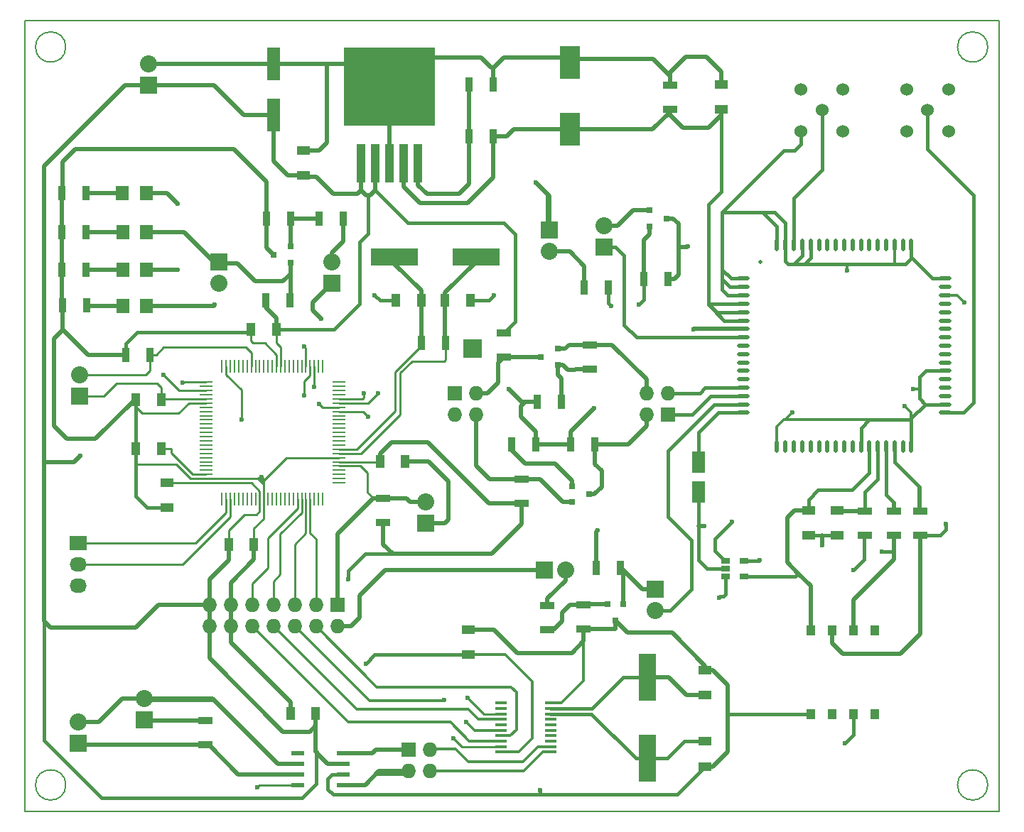
<source format=gbr>
%TF.GenerationSoftware,KiCad,Pcbnew,4.0.2+dfsg1-stable*%
%TF.CreationDate,2018-05-09T22:27:37+02:00*%
%TF.ProjectId,hermas_box,6865726D61735F626F782E6B69636164,rev?*%
%TF.FileFunction,Copper,L1,Top,Signal*%
%FSLAX46Y46*%
G04 Gerber Fmt 4.6, Leading zero omitted, Abs format (unit mm)*
G04 Created by KiCad (PCBNEW 4.0.2+dfsg1-stable) date mer. 09 mai 2018 22:27:37 CEST*
%MOMM*%
G01*
G04 APERTURE LIST*
%ADD10C,0.100000*%
%ADD11C,0.150000*%
%ADD12R,0.280000X1.500000*%
%ADD13R,1.500000X0.280000*%
%ADD14C,1.524000*%
%ADD15R,0.800100X0.800100*%
%ADD16R,0.900000X1.700000*%
%ADD17R,1.000000X1.300000*%
%ADD18R,1.000000X1.600000*%
%ADD19R,1.600000X1.000000*%
%ADD20R,1.600200X4.000500*%
%ADD21R,2.400300X4.000500*%
%ADD22R,1.600200X2.600960*%
%ADD23R,1.597660X1.800860*%
%ADD24R,1.060000X0.650000*%
%ADD25R,1.100000X4.600000*%
%ADD26R,10.800000X9.400000*%
%ADD27R,2.032000X2.032000*%
%ADD28O,2.032000X2.032000*%
%ADD29R,2.032000X1.727200*%
%ADD30O,2.032000X1.727200*%
%ADD31R,1.727200X1.727200*%
%ADD32O,1.727200X1.727200*%
%ADD33R,1.700000X0.900000*%
%ADD34O,0.500000X1.524000*%
%ADD35O,1.524000X0.500000*%
%ADD36C,0.500000*%
%ADD37R,1.450000X0.450000*%
%ADD38R,1.550000X0.600000*%
%ADD39R,5.600700X2.100580*%
%ADD40R,2.100580X5.600700*%
%ADD41R,2.235200X2.235200*%
%ADD42C,0.600000*%
%ADD43C,0.300000*%
%ADD44C,0.400000*%
%ADD45C,0.250000*%
%ADD46C,0.500000*%
G04 APERTURE END LIST*
D10*
D11*
X114708009Y91186000D02*
G75*
G03X114708009Y91186000I-1805009J0D01*
G01*
X114708009Y3175000D02*
G75*
G03X114708009Y3175000I-1805009J0D01*
G01*
X4853009Y3175000D02*
G75*
G03X4853009Y3175000I-1805009J0D01*
G01*
X4853009Y91186000D02*
G75*
G03X4853009Y91186000I-1805009J0D01*
G01*
X0Y94361000D02*
X116078000Y94361000D01*
X0Y94234000D02*
X0Y94361000D01*
X0Y94107000D02*
X0Y94234000D01*
X0Y0D02*
X0Y94107000D01*
X116078000Y0D02*
X0Y0D01*
X116078000Y94361000D02*
X116078000Y0D01*
D12*
X23464000Y37312000D03*
X23964000Y37312000D03*
X24464000Y37312000D03*
X24964000Y37312000D03*
X25464000Y37312000D03*
X25964000Y37312000D03*
X26464000Y37312000D03*
X26964000Y37312000D03*
X27464000Y37312000D03*
X27964000Y37312000D03*
X28464000Y37312000D03*
X28964000Y37312000D03*
X29464000Y37312000D03*
X29964000Y37312000D03*
X30464000Y37312000D03*
X30964000Y37312000D03*
X31464000Y37312000D03*
X31964000Y37312000D03*
X32464000Y37312000D03*
X32964000Y37312000D03*
X33464000Y37312000D03*
X33964000Y37312000D03*
X34464000Y37312000D03*
X34964000Y37312000D03*
X35464000Y37312000D03*
D13*
X37364000Y39212000D03*
X37364000Y39712000D03*
X37364000Y40212000D03*
X37364000Y40712000D03*
X37364000Y41212000D03*
X37364000Y41712000D03*
X37364000Y42212000D03*
X37364000Y42712000D03*
X37364000Y43212000D03*
X37364000Y43712000D03*
X37364000Y44212000D03*
X37364000Y44712000D03*
X37364000Y45212000D03*
X37364000Y45712000D03*
X37364000Y46212000D03*
X37364000Y46712000D03*
X37364000Y47212000D03*
X37364000Y47712000D03*
X37364000Y48212000D03*
X37364000Y48712000D03*
X37364000Y49212000D03*
X37364000Y49712000D03*
X37364000Y50212000D03*
X37364000Y50712000D03*
X37364000Y51212000D03*
D12*
X35464000Y53112000D03*
X34964000Y53112000D03*
X34464000Y53112000D03*
X33964000Y53112000D03*
X33464000Y53112000D03*
X32964000Y53112000D03*
X32464000Y53112000D03*
X31964000Y53112000D03*
X31464000Y53112000D03*
X30964000Y53112000D03*
X30464000Y53112000D03*
X29964000Y53112000D03*
X29464000Y53112000D03*
X28964000Y53112000D03*
X28464000Y53112000D03*
X27964000Y53112000D03*
X27464000Y53112000D03*
X26964000Y53112000D03*
X26464000Y53112000D03*
X25964000Y53112000D03*
X25464000Y53112000D03*
X24964000Y53112000D03*
X24464000Y53112000D03*
X23964000Y53112000D03*
X23464000Y53112000D03*
D13*
X21564000Y51212000D03*
X21564000Y50712000D03*
X21564000Y50212000D03*
X21564000Y49712000D03*
X21564000Y49212000D03*
X21564000Y48712000D03*
X21564000Y48212000D03*
X21564000Y47712000D03*
X21564000Y47212000D03*
X21564000Y46712000D03*
X21564000Y46212000D03*
X21564000Y45712000D03*
X21564000Y45212000D03*
X21564000Y44712000D03*
X21564000Y44212000D03*
X21564000Y43712000D03*
X21564000Y43212000D03*
X21564000Y42712000D03*
X21564000Y42212000D03*
X21564000Y41712000D03*
X21564000Y41212000D03*
X21564000Y40712000D03*
X21564000Y40212000D03*
X21564000Y39712000D03*
X21564000Y39212000D03*
D14*
X92456000Y81153000D03*
X97456000Y81153000D03*
X97456000Y86153000D03*
X92456000Y86153000D03*
X94956000Y83653000D03*
D15*
X74437240Y71689000D03*
X74437240Y69789000D03*
X76436220Y70739000D03*
D16*
X50091000Y55880000D03*
X47191000Y55880000D03*
D17*
X98679000Y11637000D03*
X96139000Y11637000D03*
X93599000Y11637000D03*
X101219000Y11637000D03*
X101219000Y21637000D03*
X98679000Y21637000D03*
X96139000Y21637000D03*
X93599000Y21637000D03*
D14*
X105029000Y81153000D03*
X110029000Y81153000D03*
X110029000Y86153000D03*
X105029000Y86153000D03*
X107529000Y83653000D03*
D18*
X50062000Y60960000D03*
X53062000Y60960000D03*
X47220000Y60960000D03*
X44220000Y60960000D03*
X16232000Y43307000D03*
X13232000Y43307000D03*
X42315000Y41719500D03*
X45315000Y41719500D03*
X24281000Y31877000D03*
X27281000Y31877000D03*
X16232000Y49149000D03*
X13232000Y49149000D03*
X29948000Y57531000D03*
X26948000Y57531000D03*
D19*
X16891000Y39219000D03*
X16891000Y36219000D03*
D20*
X29591000Y83055460D03*
X29591000Y89156540D03*
D19*
X33147000Y75843000D03*
X33147000Y78843000D03*
X81026000Y8358000D03*
X81026000Y5358000D03*
X81026000Y13867000D03*
X81026000Y16867000D03*
D21*
X64897000Y81343500D03*
X64897000Y89344500D03*
D19*
X82931000Y83717000D03*
X82931000Y86717000D03*
X52832000Y18693000D03*
X52832000Y21693000D03*
D22*
X80264000Y41678860D03*
X80264000Y38077140D03*
D18*
X34647000Y11684000D03*
X31647000Y11684000D03*
D19*
X93345000Y35917000D03*
X93345000Y32917000D03*
X96774000Y35917000D03*
X96774000Y32917000D03*
D23*
X14500860Y64643000D03*
X11661140Y64643000D03*
X14500860Y60325000D03*
X11661140Y60325000D03*
X14437360Y73723500D03*
X11597640Y73723500D03*
X14500860Y69088000D03*
X11661140Y69088000D03*
D24*
X83482000Y29906000D03*
X83482000Y28956000D03*
X83482000Y28006000D03*
X85682000Y28006000D03*
X85682000Y29906000D03*
D25*
X46834000Y77343000D03*
X45134000Y77343000D03*
X41734000Y77343000D03*
D26*
X43434000Y86493000D03*
D25*
X43434000Y77343000D03*
X40034000Y77343000D03*
D27*
X47752000Y34417000D03*
D28*
X47752000Y36957000D03*
D29*
X6350000Y32004000D03*
D30*
X6350000Y29464000D03*
X6350000Y26924000D03*
D31*
X37211000Y24638000D03*
D32*
X37211000Y22098000D03*
X34671000Y24638000D03*
X34671000Y22098000D03*
X32131000Y24638000D03*
X32131000Y22098000D03*
X29591000Y24638000D03*
X29591000Y22098000D03*
X27051000Y24638000D03*
X27051000Y22098000D03*
X24511000Y24638000D03*
X24511000Y22098000D03*
X21971000Y24638000D03*
X21971000Y22098000D03*
D27*
X14732000Y86614000D03*
D28*
X14732000Y89154000D03*
D27*
X6350000Y8128000D03*
D28*
X6350000Y10668000D03*
D27*
X6477000Y49530000D03*
D28*
X6477000Y52070000D03*
D27*
X14224000Y10922000D03*
D28*
X14224000Y13462000D03*
D31*
X51181000Y49911000D03*
D32*
X53721000Y49911000D03*
X51181000Y47371000D03*
X53721000Y47371000D03*
D27*
X61849000Y28829000D03*
D28*
X64389000Y28829000D03*
D27*
X75057000Y26543000D03*
D28*
X75057000Y24003000D03*
D27*
X62484000Y69342000D03*
D28*
X62484000Y66802000D03*
D27*
X68961000Y67310000D03*
D28*
X68961000Y69850000D03*
D31*
X76581000Y47371000D03*
D32*
X74041000Y47371000D03*
X76581000Y49911000D03*
X74041000Y49911000D03*
D27*
X36576000Y62992000D03*
D28*
X36576000Y65532000D03*
D27*
X23114000Y65532000D03*
D28*
X23114000Y62992000D03*
D31*
X45720000Y7366000D03*
D32*
X48260000Y7366000D03*
X45720000Y4826000D03*
X48260000Y4826000D03*
D15*
X63484760Y53279000D03*
X63484760Y55179000D03*
X61485780Y54229000D03*
X65166240Y38796000D03*
X65166240Y36896000D03*
X67165220Y37846000D03*
X71308000Y24749760D03*
X69408000Y24749760D03*
X70358000Y22750780D03*
X31607760Y65471000D03*
X31607760Y67371000D03*
X29608780Y66421000D03*
D33*
X42672000Y37391000D03*
X42672000Y34491000D03*
X67310000Y52779000D03*
X67310000Y55679000D03*
D16*
X61034000Y48895000D03*
X63934000Y48895000D03*
D33*
X57023000Y57076000D03*
X57023000Y54176000D03*
D16*
X67871000Y43815000D03*
X64971000Y43815000D03*
X57986000Y43815000D03*
X60886000Y43815000D03*
D33*
X59182000Y39677000D03*
X59182000Y36777000D03*
D16*
X7292000Y64643000D03*
X4392000Y64643000D03*
X7355500Y60388500D03*
X4455500Y60388500D03*
X7292000Y73787000D03*
X4392000Y73787000D03*
X55806000Y86741000D03*
X52906000Y86741000D03*
X55806000Y80518000D03*
X52906000Y80518000D03*
D33*
X76835000Y83767000D03*
X76835000Y86667000D03*
D16*
X69522000Y62484000D03*
X66622000Y62484000D03*
X76634000Y63500000D03*
X73734000Y63500000D03*
D33*
X21463000Y7948000D03*
X21463000Y10848000D03*
D16*
X7292000Y69088000D03*
X4392000Y69088000D03*
X14912000Y54483000D03*
X12012000Y54483000D03*
D33*
X62230000Y21664000D03*
X62230000Y24564000D03*
X66548000Y21791000D03*
X66548000Y24691000D03*
D16*
X68019000Y29083000D03*
X70919000Y29083000D03*
D33*
X100076000Y32967000D03*
X100076000Y35867000D03*
X103505000Y35867000D03*
X103505000Y32967000D03*
X106680000Y35867000D03*
X106680000Y32967000D03*
D16*
X34999000Y70739000D03*
X37899000Y70739000D03*
X28776000Y70739000D03*
X31676000Y70739000D03*
X28649000Y60960000D03*
X31549000Y60960000D03*
D34*
X97598000Y43561000D03*
D35*
X85598000Y63561000D03*
X85598000Y62561000D03*
X85598000Y61561000D03*
X85598000Y60561000D03*
X85598000Y59561000D03*
X85598000Y58561000D03*
X85598000Y57561000D03*
X85598000Y56561000D03*
X85598000Y55561000D03*
X85598000Y54561000D03*
X85598000Y53561000D03*
X85598000Y52561000D03*
X85598000Y51561000D03*
X85598000Y50561000D03*
X85598000Y49561000D03*
X85598000Y48561000D03*
X85598000Y47561000D03*
D34*
X89598000Y43561000D03*
X90598000Y43561000D03*
X91598000Y43561000D03*
X92598000Y43561000D03*
X93598000Y43561000D03*
X94598000Y43561000D03*
X95598000Y43561000D03*
X96598000Y43561000D03*
X98598000Y43561000D03*
X99598000Y43561000D03*
X100598000Y43561000D03*
X101598000Y43561000D03*
X102598000Y43561000D03*
X103598000Y43561000D03*
X104598000Y43561000D03*
X105598000Y43561000D03*
D35*
X109598000Y47561000D03*
X109598000Y48561000D03*
X109598000Y49561000D03*
X109598000Y50561000D03*
X109598000Y51561000D03*
X109598000Y52561000D03*
X109598000Y53561000D03*
X109598000Y54561000D03*
X109598000Y55561000D03*
X109598000Y56561000D03*
X109598000Y57561000D03*
X109598000Y58561000D03*
X109598000Y59561000D03*
X109598000Y60561000D03*
X109598000Y61561000D03*
X109598000Y62561000D03*
X109598000Y63561000D03*
D34*
X105598000Y67561000D03*
X104598000Y67561000D03*
X103598000Y67561000D03*
X102598000Y67561000D03*
X101598000Y67561000D03*
X100598000Y67561000D03*
X99598000Y67561000D03*
X98598000Y67561000D03*
X97598000Y67561000D03*
X96598000Y67561000D03*
X95598000Y67561000D03*
X94598000Y67561000D03*
X93598000Y67561000D03*
X92598000Y67561000D03*
X91598000Y67561000D03*
X90598000Y67561000D03*
X89598000Y67561000D03*
D36*
X87598000Y65561000D03*
D37*
X62640000Y7108000D03*
X62640000Y7758000D03*
X62640000Y8408000D03*
X62640000Y9058000D03*
X62640000Y9708000D03*
X62640000Y10358000D03*
X62640000Y11008000D03*
X62640000Y11658000D03*
X62640000Y12308000D03*
X62640000Y12958000D03*
X56740000Y12958000D03*
X56740000Y12308000D03*
X56740000Y11658000D03*
X56740000Y11008000D03*
X56740000Y10358000D03*
X56740000Y9708000D03*
X56740000Y9058000D03*
X56740000Y8408000D03*
X56740000Y7758000D03*
X56740000Y7108000D03*
D38*
X37879000Y3175000D03*
X37879000Y4445000D03*
X37879000Y5715000D03*
X37879000Y6985000D03*
X32479000Y6985000D03*
X32479000Y5715000D03*
X32479000Y4445000D03*
X32479000Y3175000D03*
D39*
X44046140Y66167000D03*
X53743860Y66167000D03*
D40*
X74168000Y16024860D03*
X74168000Y6327140D03*
D41*
X53340000Y55245000D03*
D42*
X97917000Y64516000D03*
X91440000Y47625000D03*
X105791000Y50419000D03*
X104775000Y48387000D03*
X28194000Y39878000D03*
X61341000Y2540000D03*
X80899000Y34036000D03*
X94996000Y31750000D03*
X78994000Y67437000D03*
X55880000Y61595000D03*
X41656000Y61595000D03*
X38481000Y27686000D03*
X40640000Y17653000D03*
X6604000Y42418000D03*
X18161000Y64643000D03*
X33274000Y49657000D03*
X22606000Y60452000D03*
X33274000Y55499000D03*
X34417000Y50673000D03*
X18161000Y72517000D03*
X35052000Y48641000D03*
X84201000Y34544000D03*
X109728000Y34290000D03*
X82677000Y25527000D03*
X102108000Y30988000D03*
X52705000Y13589000D03*
X40894000Y47117000D03*
X25781000Y46736000D03*
X51054000Y8763000D03*
X27686000Y2921000D03*
X18796000Y51181000D03*
X16510000Y52070000D03*
X60833000Y75057000D03*
X49911000Y13335000D03*
X52578000Y10668000D03*
X69850000Y60325000D03*
X73152000Y60452000D03*
X68199000Y33528000D03*
X67818000Y48133000D03*
X57658000Y50419000D03*
X79629000Y57531000D03*
X42037000Y49911000D03*
X40386000Y49911000D03*
X35306000Y58801000D03*
X111887000Y60706000D03*
X97663000Y8128000D03*
X98679000Y28829000D03*
X87503000Y29972000D03*
D43*
X97917000Y65278000D02*
X97917000Y64516000D01*
X90551000Y46736000D02*
X91440000Y47625000D01*
X89598000Y43561000D02*
X89598000Y45910000D01*
X90424000Y46736000D02*
X90551000Y46736000D01*
X90551000Y46736000D02*
X100584000Y46736000D01*
X89598000Y45910000D02*
X90424000Y46736000D01*
X106553000Y50419000D02*
X105791000Y50419000D01*
X105537000Y46736000D02*
X105537000Y47625000D01*
X105537000Y47625000D02*
X104775000Y48387000D01*
X103598000Y67561000D02*
X103598000Y65278000D01*
X103598000Y65278000D02*
X103632000Y65278000D01*
X27813000Y39712000D02*
X27813000Y39624000D01*
X27813000Y39624000D02*
X28321000Y39116000D01*
X28448000Y39497000D02*
X28448000Y39624000D01*
X28448000Y39624000D02*
X28194000Y39878000D01*
D44*
X61341000Y2044000D02*
X61341000Y2540000D01*
X61341000Y2044000D02*
X36691000Y2044000D01*
D45*
X27979000Y39712000D02*
X27813000Y39712000D01*
X27813000Y39712000D02*
X21564000Y39712000D01*
D44*
X36068000Y2794000D02*
X36068000Y2667000D01*
X36068000Y2667000D02*
X36691000Y2044000D01*
X77712000Y2044000D02*
X61341000Y2044000D01*
D46*
X80264000Y34036000D02*
X80899000Y34036000D01*
X94996000Y32917000D02*
X94996000Y31750000D01*
X77851000Y67310000D02*
X78867000Y67310000D01*
X78867000Y67310000D02*
X78994000Y67437000D01*
D44*
X53062000Y60960000D02*
X55245000Y60960000D01*
X55245000Y60960000D02*
X55880000Y61595000D01*
X42291000Y60960000D02*
X41656000Y61595000D01*
X42291000Y60960000D02*
X44220000Y60960000D01*
X77712000Y2044000D02*
X81026000Y5358000D01*
X37879000Y4445000D02*
X36576000Y4445000D01*
X36576000Y4445000D02*
X36068000Y3937000D01*
X36068000Y3937000D02*
X36068000Y2794000D01*
X93599000Y11637000D02*
X83693000Y11637000D01*
X83693000Y11637000D02*
X83693000Y11684000D01*
X83482000Y28956000D02*
X81280000Y28956000D01*
X80264000Y29972000D02*
X80264000Y34036000D01*
X80264000Y34036000D02*
X80264000Y38077140D01*
X81280000Y28956000D02*
X80264000Y29972000D01*
D46*
X76436220Y70739000D02*
X77216000Y70739000D01*
X77343000Y63500000D02*
X76634000Y63500000D01*
X77851000Y64008000D02*
X77343000Y63500000D01*
X77851000Y70104000D02*
X77851000Y67310000D01*
X77851000Y67310000D02*
X77851000Y67183000D01*
X77851000Y67183000D02*
X77851000Y67056000D01*
X77851000Y67056000D02*
X77851000Y64008000D01*
X77216000Y70739000D02*
X77851000Y70104000D01*
D43*
X62640000Y12958000D02*
X63885000Y12958000D01*
X66548000Y15621000D02*
X66548000Y21082000D01*
X63885000Y12958000D02*
X66548000Y15621000D01*
D46*
X81026000Y16867000D02*
X81026000Y17399000D01*
X71772780Y21336000D02*
X70358000Y22750780D01*
X77089000Y21336000D02*
X71772780Y21336000D01*
X81026000Y17399000D02*
X77089000Y21336000D01*
X70358000Y22750780D02*
X70358000Y21844000D01*
X70358000Y21844000D02*
X70305000Y21791000D01*
X70305000Y21791000D02*
X66548000Y21791000D01*
X24511000Y24638000D02*
X24511000Y22098000D01*
X12446000Y78994000D02*
X5969000Y78994000D01*
X5969000Y78994000D02*
X4445000Y77470000D01*
D45*
X37364000Y42212000D02*
X31163000Y42212000D01*
X28448000Y38989000D02*
X28464000Y38989000D01*
X28448000Y39497000D02*
X28448000Y38989000D01*
X31163000Y42212000D02*
X28448000Y39497000D01*
D46*
X27281000Y31877000D02*
X27281000Y30075000D01*
X24511000Y27305000D02*
X24511000Y24638000D01*
X27281000Y30075000D02*
X24511000Y27305000D01*
X4455500Y57520500D02*
X4455500Y57414500D01*
X8382000Y44450000D02*
X13081000Y49149000D01*
X4953000Y44450000D02*
X8382000Y44450000D01*
X3429000Y45974000D02*
X4953000Y44450000D01*
X3429000Y56388000D02*
X3429000Y45974000D01*
X4455500Y57414500D02*
X3429000Y56388000D01*
X13081000Y49149000D02*
X13232000Y49149000D01*
X4445000Y77470000D02*
X4445000Y77470000D01*
X4445000Y77470000D02*
X4445000Y73840000D01*
X4445000Y73840000D02*
X4392000Y73787000D01*
X28776000Y70739000D02*
X28776000Y67253780D01*
X28776000Y67253780D02*
X29608780Y66421000D01*
X28776000Y75110000D02*
X28776000Y70739000D01*
X24892000Y78994000D02*
X28776000Y75110000D01*
X12446000Y78994000D02*
X24892000Y78994000D01*
X66548000Y21791000D02*
X66548000Y21082000D01*
X66548000Y21082000D02*
X66548000Y20320000D01*
X55904000Y21693000D02*
X52832000Y21693000D01*
X58674000Y18923000D02*
X55904000Y21693000D01*
X65151000Y18923000D02*
X58674000Y18923000D01*
X66548000Y20320000D02*
X65151000Y18923000D01*
X47752000Y34417000D02*
X50038000Y34417000D01*
X48069500Y41719500D02*
X45315000Y41719500D01*
X50419000Y39370000D02*
X48069500Y41719500D01*
X50419000Y34798000D02*
X50419000Y39370000D01*
X50038000Y34417000D02*
X50419000Y34798000D01*
X81026000Y16867000D02*
X81939000Y16867000D01*
X81939000Y5358000D02*
X81026000Y5358000D01*
X83693000Y7112000D02*
X81939000Y5358000D01*
X83693000Y15113000D02*
X83693000Y11684000D01*
X83693000Y11684000D02*
X83693000Y7112000D01*
X81939000Y16867000D02*
X83693000Y15113000D01*
X24511000Y22098000D02*
X24511000Y20193000D01*
X24511000Y20193000D02*
X31647000Y13057000D01*
X31647000Y13057000D02*
X31647000Y11684000D01*
D45*
X28464000Y37312000D02*
X28464000Y38989000D01*
X28464000Y38989000D02*
X28464000Y39227000D01*
X28464000Y39227000D02*
X27979000Y39712000D01*
X21564000Y39712000D02*
X19724000Y39712000D01*
X19724000Y39712000D02*
X18034000Y41402000D01*
X18034000Y41402000D02*
X13232000Y41402000D01*
X13232000Y41402000D02*
X13335000Y41402000D01*
X13335000Y41402000D02*
X13232000Y41402000D01*
D44*
X16891000Y36219000D02*
X14581000Y36219000D01*
X13232000Y37568000D02*
X13232000Y41402000D01*
X13232000Y41402000D02*
X13232000Y43307000D01*
X14581000Y36219000D02*
X13232000Y37568000D01*
X13232000Y49149000D02*
X13232000Y43307000D01*
X12012000Y54483000D02*
X12012000Y55827000D01*
X13335000Y57150000D02*
X26567000Y57150000D01*
X12012000Y55827000D02*
X13335000Y57150000D01*
X26567000Y57150000D02*
X26948000Y57531000D01*
X99598000Y43561000D02*
X99598000Y45750000D01*
X100584000Y46736000D02*
X105537000Y46736000D01*
X105537000Y46736000D02*
X105598000Y46736000D01*
X99598000Y45750000D02*
X100584000Y46736000D01*
X107442000Y48561000D02*
X107235000Y48561000D01*
X105598000Y46924000D02*
X105598000Y46736000D01*
X105598000Y46736000D02*
X105598000Y43561000D01*
X107235000Y48561000D02*
X105598000Y46924000D01*
X107950000Y48561000D02*
X107442000Y48561000D01*
X107442000Y48561000D02*
X107268000Y48561000D01*
X107268000Y48561000D02*
X106553000Y49276000D01*
X109598000Y52561000D02*
X107298000Y52561000D01*
X107298000Y52561000D02*
X106553000Y51816000D01*
X106553000Y51816000D02*
X106553000Y50419000D01*
X106553000Y50419000D02*
X106553000Y49276000D01*
X107950000Y48561000D02*
X109598000Y48561000D01*
X105598000Y65974000D02*
X105730000Y65974000D01*
X105730000Y65974000D02*
X108143000Y63561000D01*
X92456000Y65278000D02*
X97917000Y65278000D01*
X97917000Y65278000D02*
X103632000Y65278000D01*
X103632000Y65278000D02*
X104902000Y65278000D01*
X104902000Y65278000D02*
X105598000Y65974000D01*
X105598000Y67561000D02*
X105598000Y65974000D01*
X108143000Y63561000D02*
X109598000Y63561000D01*
X93598000Y67561000D02*
X93598000Y66039000D01*
X92837000Y65278000D02*
X92456000Y65278000D01*
X92456000Y65278000D02*
X91567000Y65278000D01*
X93598000Y66039000D02*
X92837000Y65278000D01*
X92598000Y67561000D02*
X92598000Y66309000D01*
X90598000Y65612000D02*
X90598000Y67561000D01*
X90932000Y65278000D02*
X90598000Y65612000D01*
X91567000Y65278000D02*
X90932000Y65278000D01*
X92598000Y66309000D02*
X91567000Y65278000D01*
X90598000Y67561000D02*
X90598000Y70184000D01*
X89281000Y71501000D02*
X87630000Y71501000D01*
X90598000Y70184000D02*
X89281000Y71501000D01*
X89598000Y67561000D02*
X89598000Y69786000D01*
X87883000Y71501000D02*
X87630000Y71501000D01*
X87630000Y71501000D02*
X83058000Y71501000D01*
X89598000Y69786000D02*
X87883000Y71501000D01*
D46*
X12012000Y54483000D02*
X7493000Y54483000D01*
X7493000Y54483000D02*
X4455500Y57520500D01*
X4455500Y57520500D02*
X4455500Y60388500D01*
X4392000Y64643000D02*
X4392000Y60452000D01*
X4392000Y60452000D02*
X4455500Y60388500D01*
X4392000Y69088000D02*
X4392000Y64643000D01*
X4392000Y73533000D02*
X4392000Y69088000D01*
D45*
X29964000Y53112000D02*
X29964000Y54491000D01*
X26948000Y56110000D02*
X26948000Y57531000D01*
X27178000Y55880000D02*
X26948000Y56110000D01*
X28575000Y55880000D02*
X27178000Y55880000D01*
X29964000Y54491000D02*
X28575000Y55880000D01*
X28464000Y37312000D02*
X28464000Y34941000D01*
X27281000Y33758000D02*
X27281000Y31877000D01*
X28464000Y34941000D02*
X27281000Y33758000D01*
D44*
X83058000Y70485000D02*
X83058000Y71501000D01*
X83058000Y64643000D02*
X83058000Y70485000D01*
X92456000Y79629000D02*
X92456000Y81153000D01*
X91694000Y78867000D02*
X92456000Y79629000D01*
X90424000Y78867000D02*
X91694000Y78867000D01*
X83058000Y71501000D02*
X90424000Y78867000D01*
X85598000Y63561000D02*
X84140000Y63561000D01*
X84140000Y63561000D02*
X83058000Y64643000D01*
X85598000Y62561000D02*
X83997000Y62561000D01*
X83997000Y62561000D02*
X83058000Y63500000D01*
X85598000Y61561000D02*
X83727000Y61561000D01*
X83058000Y62230000D02*
X83058000Y63500000D01*
X83058000Y63500000D02*
X83058000Y64643000D01*
X83727000Y61561000D02*
X83058000Y62230000D01*
D45*
X21564000Y48712000D02*
X19502000Y48712000D01*
X13232000Y48236000D02*
X13232000Y49149000D01*
X13970000Y47498000D02*
X13232000Y48236000D01*
X18288000Y47498000D02*
X13970000Y47498000D01*
X19502000Y48712000D02*
X18288000Y47498000D01*
D44*
X96774000Y32917000D02*
X94996000Y32917000D01*
X94996000Y32917000D02*
X93345000Y32917000D01*
D46*
X76835000Y87757000D02*
X76835000Y88138000D01*
X76835000Y88138000D02*
X78740000Y90043000D01*
X81153000Y90043000D02*
X82931000Y88265000D01*
X78740000Y90043000D02*
X81153000Y90043000D01*
X76835000Y87503000D02*
X76835000Y87757000D01*
X74803000Y89789000D02*
X65341500Y89789000D01*
X76835000Y87757000D02*
X74803000Y89789000D01*
X65341500Y89789000D02*
X64897000Y89344500D01*
X82931000Y86717000D02*
X82931000Y88265000D01*
X76835000Y88138000D02*
X76835000Y87503000D01*
X76835000Y87503000D02*
X76835000Y86667000D01*
X55806000Y88773000D02*
X55499000Y88773000D01*
X55499000Y88773000D02*
X54356000Y89916000D01*
X55806000Y88646000D02*
X55806000Y88773000D01*
X54356000Y89916000D02*
X46857000Y89916000D01*
X46857000Y89916000D02*
X43434000Y86493000D01*
X55806000Y88138000D02*
X55806000Y88646000D01*
X55806000Y88646000D02*
X55806000Y88699000D01*
X57023000Y89916000D02*
X64325500Y89916000D01*
X55806000Y88699000D02*
X57023000Y89916000D01*
X64325500Y89916000D02*
X64897000Y89344500D01*
X55806000Y86741000D02*
X55806000Y88138000D01*
X46476000Y89535000D02*
X43434000Y86493000D01*
X64452500Y89789000D02*
X64897000Y89344500D01*
X46476000Y89535000D02*
X43434000Y86493000D01*
X33147000Y78843000D02*
X35028000Y78843000D01*
X35941000Y79756000D02*
X35941000Y89156540D01*
X35028000Y78843000D02*
X35941000Y79756000D01*
X43434000Y77343000D02*
X43434000Y86493000D01*
X29591000Y89156540D02*
X35941000Y89156540D01*
X35941000Y89156540D02*
X40770460Y89156540D01*
X40770460Y89156540D02*
X43434000Y86493000D01*
X14732000Y89154000D02*
X29588460Y89154000D01*
X29588460Y89154000D02*
X29591000Y89156540D01*
D44*
X91598000Y67561000D02*
X91598000Y73183000D01*
X94956000Y76541000D02*
X94956000Y83780000D01*
X91598000Y73183000D02*
X94956000Y76541000D01*
X107529000Y83653000D02*
X107529000Y79034000D01*
X111823000Y47561000D02*
X109598000Y47561000D01*
X113030000Y48768000D02*
X111823000Y47561000D01*
X113030000Y73533000D02*
X113030000Y48768000D01*
X107529000Y79034000D02*
X113030000Y73533000D01*
D45*
X37364000Y42712000D02*
X40045000Y42712000D01*
X50091000Y53901000D02*
X50091000Y55880000D01*
X49911000Y53721000D02*
X50091000Y53901000D01*
X46101000Y53721000D02*
X49911000Y53721000D01*
X44704000Y52324000D02*
X46101000Y53721000D01*
X44704000Y47371000D02*
X44704000Y52324000D01*
X40045000Y42712000D02*
X44704000Y47371000D01*
D46*
X50062000Y60960000D02*
X50062000Y55909000D01*
X50062000Y55909000D02*
X50091000Y55880000D01*
X53743860Y66167000D02*
X53743860Y65554860D01*
X53743860Y65554860D02*
X50062000Y61873000D01*
X50062000Y61873000D02*
X50062000Y60960000D01*
D45*
X47191000Y55880000D02*
X47191000Y55573000D01*
X47191000Y55573000D02*
X44069000Y52451000D01*
X39529000Y43212000D02*
X37364000Y43212000D01*
X44069000Y47752000D02*
X39529000Y43212000D01*
X44069000Y52451000D02*
X44069000Y47752000D01*
D46*
X47220000Y60960000D02*
X47220000Y55909000D01*
X47220000Y55909000D02*
X47191000Y55880000D01*
X44046140Y66167000D02*
X44046140Y65300860D01*
X44046140Y65300860D02*
X47220000Y62127000D01*
X47220000Y62127000D02*
X47220000Y60960000D01*
D45*
X21564000Y40212000D02*
X19986000Y40212000D01*
X17399000Y42799000D02*
X17399000Y43307000D01*
X19986000Y40212000D02*
X17399000Y42799000D01*
X17399000Y43307000D02*
X16232000Y43307000D01*
D44*
X44069000Y30734000D02*
X40513000Y30734000D01*
X38481000Y28702000D02*
X38481000Y27686000D01*
X40513000Y30734000D02*
X38481000Y28702000D01*
X41680000Y18693000D02*
X52832000Y18693000D01*
X40640000Y17653000D02*
X41680000Y18693000D01*
X34671000Y7112000D02*
X34671000Y3302000D01*
X2286000Y8509000D02*
X2286000Y23876000D01*
X9144000Y1651000D02*
X2286000Y8509000D01*
X33020000Y1651000D02*
X9144000Y1651000D01*
X34671000Y3302000D02*
X33020000Y1651000D01*
D46*
X2286000Y41656000D02*
X5842000Y41656000D01*
X5842000Y41656000D02*
X6604000Y42418000D01*
X21971000Y22098000D02*
X21971000Y24638000D01*
X14732000Y86614000D02*
X11938000Y86614000D01*
X11938000Y86614000D02*
X2286000Y76962000D01*
X2286000Y76962000D02*
X2286000Y41656000D01*
X2286000Y41656000D02*
X2286000Y23876000D01*
X2286000Y23876000D02*
X2286000Y22860000D01*
X2286000Y22860000D02*
X2286000Y22733000D01*
X2286000Y22733000D02*
X3048000Y21971000D01*
X3048000Y21971000D02*
X13208000Y21971000D01*
X13208000Y21971000D02*
X15875000Y24638000D01*
X15875000Y24638000D02*
X21971000Y24638000D01*
D45*
X27964000Y37312000D02*
X27964000Y38203000D01*
X26955000Y39212000D02*
X21564000Y39212000D01*
X27964000Y38203000D02*
X26955000Y39212000D01*
D46*
X24281000Y31877000D02*
X24281000Y29996000D01*
X24281000Y29996000D02*
X21971000Y27686000D01*
X21971000Y27686000D02*
X21971000Y24638000D01*
D43*
X60452000Y14097000D02*
X60452000Y15494000D01*
X60452000Y15494000D02*
X57253000Y18693000D01*
X57253000Y18693000D02*
X52832000Y18693000D01*
X56740000Y7108000D02*
X58797000Y7108000D01*
X60452000Y8763000D02*
X60452000Y14097000D01*
X60452000Y14097000D02*
X60452000Y14478000D01*
X58797000Y7108000D02*
X60452000Y8763000D01*
D46*
X59182000Y36777000D02*
X59182000Y34290000D01*
X42672000Y31877000D02*
X42672000Y34491000D01*
X43815000Y30734000D02*
X42672000Y31877000D01*
X55626000Y30734000D02*
X44069000Y30734000D01*
X44069000Y30734000D02*
X43815000Y30734000D01*
X59182000Y34290000D02*
X55626000Y30734000D01*
X59182000Y36777000D02*
X55298000Y36777000D01*
X42315000Y42696000D02*
X42315000Y41719500D01*
X43688000Y44069000D02*
X42315000Y42696000D01*
X48006000Y44069000D02*
X43688000Y44069000D01*
X55298000Y36777000D02*
X48006000Y44069000D01*
X37879000Y5715000D02*
X36068000Y5715000D01*
X36068000Y5715000D02*
X35306000Y6477000D01*
X35306000Y6477000D02*
X34671000Y7112000D01*
X34671000Y7112000D02*
X34647000Y7136000D01*
X34647000Y7136000D02*
X34647000Y11684000D01*
X21971000Y22098000D02*
X21971000Y18288000D01*
X34647000Y10263000D02*
X34647000Y11684000D01*
X33909000Y9525000D02*
X34647000Y10263000D01*
X30734000Y9525000D02*
X33909000Y9525000D01*
X21971000Y18288000D02*
X30734000Y9525000D01*
D44*
X40894000Y73533000D02*
X40894000Y68961000D01*
X36830000Y57531000D02*
X29948000Y57531000D01*
X39878000Y60579000D02*
X36830000Y57531000D01*
X39878000Y67945000D02*
X39878000Y60579000D01*
X40894000Y68961000D02*
X39878000Y67945000D01*
X41734000Y74295000D02*
X41734000Y74090000D01*
X58420000Y58473000D02*
X57023000Y57076000D01*
X58420000Y68834000D02*
X58420000Y58473000D01*
X57023000Y70231000D02*
X58420000Y68834000D01*
X45593000Y70231000D02*
X57023000Y70231000D01*
X41734000Y74090000D02*
X45593000Y70231000D01*
D46*
X28649000Y60960000D02*
X28649000Y60124000D01*
X28649000Y60124000D02*
X29948000Y58825000D01*
X29948000Y58825000D02*
X29948000Y57531000D01*
D45*
X28649000Y60960000D02*
X28649000Y60378000D01*
X29948000Y57531000D02*
X29948000Y55904000D01*
X29948000Y55904000D02*
X30464000Y55388000D01*
X30464000Y55388000D02*
X30464000Y53112000D01*
D43*
X34647000Y11684000D02*
X34647000Y7136000D01*
X34647000Y7136000D02*
X36068000Y5715000D01*
D45*
X37364000Y41712000D02*
X42307500Y41712000D01*
X42307500Y41712000D02*
X42315000Y41719500D01*
X16232000Y49149000D02*
X16232000Y50570000D01*
X16232000Y50570000D02*
X15748000Y51054000D01*
X15748000Y51054000D02*
X10922000Y51054000D01*
X10922000Y51054000D02*
X9398000Y49530000D01*
X9398000Y49530000D02*
X6477000Y49530000D01*
X21564000Y49212000D02*
X16295000Y49212000D01*
X16295000Y49212000D02*
X16232000Y49149000D01*
X21564000Y39212000D02*
X16898000Y39212000D01*
X16898000Y39212000D02*
X16891000Y39219000D01*
X24281000Y31877000D02*
X24281000Y33552000D01*
X27964000Y35838000D02*
X27964000Y37312000D01*
X27559000Y35433000D02*
X27964000Y35838000D01*
X26162000Y35433000D02*
X27559000Y35433000D01*
X24281000Y33552000D02*
X26162000Y35433000D01*
D46*
X40034000Y74168000D02*
X40034000Y74139000D01*
X41734000Y74119000D02*
X41734000Y74295000D01*
X41734000Y74295000D02*
X41734000Y77343000D01*
X41148000Y73533000D02*
X41734000Y74119000D01*
X40640000Y73533000D02*
X40894000Y73533000D01*
X40894000Y73533000D02*
X41148000Y73533000D01*
X40034000Y74139000D02*
X40640000Y73533000D01*
X40034000Y77343000D02*
X40034000Y74168000D01*
X40034000Y74168000D02*
X40034000Y74070000D01*
X34671000Y75692000D02*
X33298000Y75692000D01*
X36703000Y73660000D02*
X34671000Y75692000D01*
X39624000Y73660000D02*
X36703000Y73660000D01*
X40034000Y74070000D02*
X39624000Y73660000D01*
X33298000Y75692000D02*
X33147000Y75843000D01*
X29591000Y83055460D02*
X29591000Y77597000D01*
X31345000Y75843000D02*
X33147000Y75843000D01*
X29591000Y77597000D02*
X31345000Y75843000D01*
X29591000Y83055460D02*
X26037540Y83055460D01*
X22479000Y86614000D02*
X14732000Y86614000D01*
X26037540Y83055460D02*
X22479000Y86614000D01*
D44*
X62640000Y11658000D02*
X67463000Y11658000D01*
X72793860Y6327140D02*
X74168000Y6327140D01*
X67463000Y11658000D02*
X72793860Y6327140D01*
X81026000Y8358000D02*
X78589000Y8358000D01*
X76558140Y6327140D02*
X74168000Y6327140D01*
X78589000Y8358000D02*
X76558140Y6327140D01*
X74168000Y16024860D02*
X71269860Y16024860D01*
X67553000Y12308000D02*
X62640000Y12308000D01*
X71269860Y16024860D02*
X67553000Y12308000D01*
D46*
X81026000Y13867000D02*
X78843000Y13867000D01*
X78843000Y13867000D02*
X76685140Y16024860D01*
X76685140Y16024860D02*
X74295000Y16024860D01*
D44*
X81425000Y60561000D02*
X81425000Y60434000D01*
X81425000Y60434000D02*
X83298000Y58561000D01*
X82425000Y59561000D02*
X82425000Y59434000D01*
X82425000Y59434000D02*
X83298000Y58561000D01*
X83298000Y58561000D02*
X85598000Y58561000D01*
X85598000Y60561000D02*
X81425000Y60561000D01*
X81425000Y60561000D02*
X81407000Y60579000D01*
X82931000Y83717000D02*
X82931000Y73914000D01*
X82425000Y59561000D02*
X85598000Y59561000D01*
X81407000Y60579000D02*
X82425000Y59561000D01*
X81407000Y72390000D02*
X81407000Y60579000D01*
X82931000Y73914000D02*
X81407000Y72390000D01*
D46*
X82931000Y83717000D02*
X82931000Y83058000D01*
X76835000Y83058000D02*
X76835000Y83767000D01*
X78359000Y81534000D02*
X76835000Y83058000D01*
X81407000Y81534000D02*
X78359000Y81534000D01*
X82931000Y83058000D02*
X81407000Y81534000D01*
X76835000Y83767000D02*
X76835000Y83439000D01*
X76835000Y83439000D02*
X74739500Y81343500D01*
X74739500Y81343500D02*
X64897000Y81343500D01*
X64897000Y81343500D02*
X58229500Y81343500D01*
X57404000Y80518000D02*
X55806000Y80518000D01*
X58229500Y81343500D02*
X57404000Y80518000D01*
X47053500Y72580500D02*
X52768500Y72580500D01*
X52768500Y72580500D02*
X52832000Y72644000D01*
X45134000Y77343000D02*
X45134000Y74500000D01*
X55806000Y75618000D02*
X55806000Y80518000D01*
X52832000Y72644000D02*
X55806000Y75618000D01*
X45134000Y74500000D02*
X47053500Y72580500D01*
D44*
X85598000Y47561000D02*
X82613000Y47561000D01*
X80264000Y45212000D02*
X80264000Y41678860D01*
X82613000Y47561000D02*
X80264000Y45212000D01*
X85682000Y28006000D02*
X91760000Y28006000D01*
X91760000Y28006000D02*
X92138500Y28384500D01*
D46*
X93599000Y21637000D02*
X93599000Y26924000D01*
X91670000Y35917000D02*
X93345000Y35917000D01*
X90805000Y35052000D02*
X91670000Y35917000D01*
X90805000Y29718000D02*
X90805000Y35052000D01*
X93599000Y26924000D02*
X92138500Y28384500D01*
X92138500Y28384500D02*
X90805000Y29718000D01*
D44*
X100598000Y43561000D02*
X100598000Y40400000D01*
X93345000Y37211000D02*
X93345000Y35917000D01*
X94488000Y38354000D02*
X93345000Y37211000D01*
X98552000Y38354000D02*
X94488000Y38354000D01*
X100598000Y40400000D02*
X98552000Y38354000D01*
D46*
X18161000Y64643000D02*
X14500860Y64643000D01*
D45*
X33964000Y53112000D02*
X33964000Y51998000D01*
X33274000Y51308000D02*
X33274000Y49657000D01*
X33964000Y51998000D02*
X33274000Y51308000D01*
D46*
X7292000Y64643000D02*
X11661140Y64643000D01*
X14500860Y60325000D02*
X22479000Y60325000D01*
X22479000Y60325000D02*
X22606000Y60452000D01*
D45*
X33464000Y53112000D02*
X33464000Y55309000D01*
X22606000Y60452000D02*
X22479000Y60325000D01*
X33464000Y55309000D02*
X33274000Y55499000D01*
D46*
X11661140Y60325000D02*
X7419000Y60325000D01*
X7419000Y60325000D02*
X7355500Y60388500D01*
X18161000Y72517000D02*
X16954500Y73723500D01*
X16954500Y73723500D02*
X14437360Y73723500D01*
D45*
X14437360Y73723500D02*
X16954500Y73723500D01*
X34464000Y50720000D02*
X34464000Y53112000D01*
X34417000Y50673000D02*
X34464000Y50720000D01*
D46*
X11597640Y73723500D02*
X7355500Y73723500D01*
X7355500Y73723500D02*
X7292000Y73787000D01*
D45*
X37364000Y48212000D02*
X35481000Y48212000D01*
X35481000Y48212000D02*
X35052000Y48641000D01*
D46*
X7292000Y69088000D02*
X11661140Y69088000D01*
D44*
X106680000Y32967000D02*
X109040000Y32967000D01*
X82169000Y31115000D02*
X83378000Y29906000D01*
X82169000Y32512000D02*
X82169000Y31115000D01*
X84201000Y34544000D02*
X82169000Y32512000D01*
X109728000Y33655000D02*
X109728000Y34290000D01*
X109040000Y32967000D02*
X109728000Y33655000D01*
X83378000Y29906000D02*
X83482000Y29906000D01*
D46*
X106680000Y32967000D02*
X106680000Y21209000D01*
X96139000Y20066000D02*
X96139000Y21637000D01*
X97409000Y18796000D02*
X96139000Y20066000D01*
X104267000Y18796000D02*
X97409000Y18796000D01*
X106680000Y21209000D02*
X104267000Y18796000D01*
D44*
X103505000Y30988000D02*
X102108000Y30988000D01*
X83482000Y25951000D02*
X83482000Y28006000D01*
X82677000Y25527000D02*
X82804000Y25654000D01*
X82804000Y25654000D02*
X83185000Y25654000D01*
X83185000Y25654000D02*
X83482000Y25951000D01*
D46*
X103505000Y32967000D02*
X103505000Y30988000D01*
X103505000Y30988000D02*
X103505000Y30099000D01*
X98679000Y25273000D02*
X98679000Y21637000D01*
X103505000Y30099000D02*
X98679000Y25273000D01*
D45*
X23964000Y36068000D02*
X23964000Y35648000D01*
X20320000Y32004000D02*
X19812000Y32004000D01*
X23964000Y35648000D02*
X20320000Y32004000D01*
X23964000Y36449000D02*
X23964000Y36068000D01*
X19812000Y32004000D02*
X18923000Y32004000D01*
X23964000Y37312000D02*
X23964000Y36449000D01*
X18923000Y32004000D02*
X6350000Y32004000D01*
X24464000Y35814000D02*
X24464000Y35132000D01*
X18796000Y29464000D02*
X17907000Y29464000D01*
X24464000Y35132000D02*
X18796000Y29464000D01*
X24464000Y36195000D02*
X24464000Y35814000D01*
X17907000Y29464000D02*
X17526000Y29464000D01*
X24464000Y37312000D02*
X24464000Y36195000D01*
X17526000Y29464000D02*
X6350000Y29464000D01*
D46*
X42672000Y37391000D02*
X41455000Y37391000D01*
X41455000Y37391000D02*
X37211000Y33147000D01*
X37211000Y33147000D02*
X37211000Y24638000D01*
D45*
X37211000Y33147000D02*
X37211000Y24638000D01*
X41455000Y37391000D02*
X37211000Y33147000D01*
X37364000Y41212000D02*
X39941000Y41212000D01*
X41476000Y37391000D02*
X42672000Y37391000D01*
X40767000Y38100000D02*
X41476000Y37391000D01*
X40767000Y40386000D02*
X40767000Y38100000D01*
X39941000Y41212000D02*
X40767000Y40386000D01*
D46*
X47752000Y36957000D02*
X45847000Y36957000D01*
X45413000Y37391000D02*
X42672000Y37391000D01*
X45847000Y36957000D02*
X45413000Y37391000D01*
D45*
X37364000Y47712000D02*
X40299000Y47712000D01*
X54636000Y11658000D02*
X56740000Y11658000D01*
X52705000Y13589000D02*
X54636000Y11658000D01*
X40299000Y47712000D02*
X40894000Y47117000D01*
D46*
X61485780Y54229000D02*
X57076000Y54229000D01*
X57076000Y54229000D02*
X56388000Y53541000D01*
X56388000Y53541000D02*
X56388000Y51181000D01*
X56388000Y51181000D02*
X55118000Y49911000D01*
X55118000Y49911000D02*
X53721000Y49911000D01*
X65166240Y36896000D02*
X64069000Y36896000D01*
X61341000Y39624000D02*
X59235000Y39624000D01*
X64069000Y36896000D02*
X61341000Y39624000D01*
X59235000Y39624000D02*
X59182000Y39677000D01*
X53721000Y47371000D02*
X53721000Y41275000D01*
X55319000Y39677000D02*
X59182000Y39677000D01*
X53721000Y41275000D02*
X55319000Y39677000D01*
D45*
X14912000Y54483000D02*
X14912000Y52631000D01*
X14351000Y52070000D02*
X6477000Y52070000D01*
X14912000Y52631000D02*
X14351000Y52070000D01*
X26964000Y53112000D02*
X26964000Y54697000D01*
X15621000Y54483000D02*
X14912000Y54483000D01*
X16510000Y55372000D02*
X15621000Y54483000D01*
X26289000Y55372000D02*
X16510000Y55372000D01*
X26964000Y54697000D02*
X26289000Y55372000D01*
X23964000Y53112000D02*
X23964000Y52109000D01*
X25781000Y50292000D02*
X25781000Y46736000D01*
X23964000Y52109000D02*
X25781000Y50292000D01*
X56740000Y7758000D02*
X52059000Y7758000D01*
X52059000Y7758000D02*
X51054000Y8763000D01*
X21564000Y51212000D02*
X18827000Y51212000D01*
X27940000Y3175000D02*
X32479000Y3175000D01*
X27686000Y2921000D02*
X27940000Y3175000D01*
X18827000Y51212000D02*
X18796000Y51181000D01*
D46*
X62484000Y69342000D02*
X62484000Y73406000D01*
X62484000Y73406000D02*
X60833000Y75057000D01*
D45*
X21564000Y50212000D02*
X18368000Y50212000D01*
X18368000Y50212000D02*
X16510000Y52070000D01*
X62103000Y73787000D02*
X62103000Y69723000D01*
X60833000Y75057000D02*
X62103000Y73787000D01*
X62103000Y69723000D02*
X62484000Y69342000D01*
D46*
X52906000Y80518000D02*
X52906000Y74877000D01*
X46834000Y74705000D02*
X46834000Y77343000D01*
X47879000Y73660000D02*
X46834000Y74705000D01*
X51689000Y73660000D02*
X47879000Y73660000D01*
X52906000Y74877000D02*
X51689000Y73660000D01*
X52906000Y86741000D02*
X52906000Y80518000D01*
X61849000Y28829000D02*
X42926000Y28829000D01*
X42926000Y28829000D02*
X39878000Y25781000D01*
X39878000Y23114000D02*
X38862000Y22098000D01*
X39878000Y25781000D02*
X39878000Y23114000D01*
X38862000Y22098000D02*
X37211000Y22098000D01*
D45*
X38862000Y22098000D02*
X37211000Y22098000D01*
X39751000Y22987000D02*
X38862000Y22098000D01*
X39751000Y25654000D02*
X39751000Y22987000D01*
X42926000Y28829000D02*
X39751000Y25654000D01*
D43*
X50673000Y10668000D02*
X38481000Y10668000D01*
X38481000Y10668000D02*
X33147000Y16002000D01*
X56740000Y8408000D02*
X52933000Y8408000D01*
X33147000Y16002000D02*
X27051000Y22098000D01*
X52933000Y8408000D02*
X50673000Y10668000D01*
X56740000Y11008000D02*
X54016000Y11008000D01*
X39497000Y12192000D02*
X29591000Y22098000D01*
X52832000Y12192000D02*
X39497000Y12192000D01*
X54016000Y11008000D02*
X52832000Y12192000D01*
X58547000Y14224000D02*
X57912000Y14859000D01*
X57826000Y9058000D02*
X58547000Y9779000D01*
X58547000Y9779000D02*
X58547000Y14224000D01*
X56740000Y9058000D02*
X57826000Y9058000D01*
X41910000Y14859000D02*
X34671000Y22098000D01*
X57912000Y14859000D02*
X41910000Y14859000D01*
X56740000Y9708000D02*
X53538000Y9708000D01*
X41021000Y13208000D02*
X32131000Y22098000D01*
X49784000Y13208000D02*
X41021000Y13208000D01*
X49911000Y13335000D02*
X49784000Y13208000D01*
X53538000Y9708000D02*
X52578000Y10668000D01*
D46*
X32479000Y4445000D02*
X25400000Y4445000D01*
X25400000Y4445000D02*
X21897000Y7948000D01*
X21897000Y7948000D02*
X21463000Y7948000D01*
X21463000Y7948000D02*
X6530000Y7948000D01*
X6530000Y7948000D02*
X6350000Y8128000D01*
D43*
X6530000Y7948000D02*
X6350000Y8128000D01*
X21463000Y7948000D02*
X21897000Y7948000D01*
X21897000Y7948000D02*
X25400000Y4445000D01*
D46*
X32479000Y5715000D02*
X30099000Y5715000D01*
X30099000Y5715000D02*
X22352000Y13462000D01*
X22352000Y13462000D02*
X14224000Y13462000D01*
X14224000Y13462000D02*
X11557000Y13462000D01*
X11557000Y13462000D02*
X8763000Y10668000D01*
X8763000Y10668000D02*
X6350000Y10668000D01*
D43*
X8763000Y10668000D02*
X6350000Y10668000D01*
X11557000Y13462000D02*
X8763000Y10668000D01*
X22606000Y13208000D02*
X14478000Y13208000D01*
X30099000Y5715000D02*
X22606000Y13208000D01*
X14478000Y13208000D02*
X14224000Y13462000D01*
D46*
X63484760Y53279000D02*
X63484760Y52085240D01*
X63934000Y51636000D02*
X63934000Y48895000D01*
X63484760Y52085240D02*
X63934000Y51636000D01*
X67310000Y52779000D02*
X65585000Y52779000D01*
X64069000Y53279000D02*
X63484760Y53279000D01*
X64643000Y52705000D02*
X64069000Y53279000D01*
X65511000Y52705000D02*
X64643000Y52705000D01*
X65585000Y52779000D02*
X65511000Y52705000D01*
X67310000Y55679000D02*
X64823000Y55679000D01*
X64323000Y55179000D02*
X63484760Y55179000D01*
X64823000Y55679000D02*
X64323000Y55179000D01*
X74041000Y49911000D02*
X74041000Y51562000D01*
X69924000Y55679000D02*
X67310000Y55679000D01*
X74041000Y51562000D02*
X69924000Y55679000D01*
X57986000Y43815000D02*
X57986000Y43106000D01*
X57986000Y43106000D02*
X59563000Y41529000D01*
X59563000Y41529000D02*
X63119000Y41529000D01*
X63119000Y41529000D02*
X65166240Y39481760D01*
X65166240Y39481760D02*
X65166240Y38796000D01*
X74041000Y47371000D02*
X74041000Y45974000D01*
X71882000Y43815000D02*
X67871000Y43815000D01*
X74041000Y45974000D02*
X71882000Y43815000D01*
X67871000Y43815000D02*
X67871000Y41455000D01*
X67818000Y37846000D02*
X67165220Y37846000D01*
X68707000Y38735000D02*
X67818000Y37846000D01*
X68707000Y40619000D02*
X68707000Y38735000D01*
X67871000Y41455000D02*
X68707000Y40619000D01*
D44*
X73734000Y63500000D02*
X73734000Y61034000D01*
X69522000Y60653000D02*
X69522000Y62484000D01*
X73734000Y61034000D02*
X73152000Y60452000D01*
D46*
X74437240Y69789000D02*
X74437240Y68849240D01*
X73734000Y68146000D02*
X73734000Y63500000D01*
X74437240Y68849240D02*
X73734000Y68146000D01*
D44*
X69850000Y60325000D02*
X69522000Y60653000D01*
D46*
X68019000Y33348000D02*
X68019000Y29083000D01*
X68199000Y33528000D02*
X68019000Y33348000D01*
X64971000Y43815000D02*
X64971000Y45286000D01*
X64971000Y45286000D02*
X65659000Y45974000D01*
X67818000Y48133000D02*
X65659000Y45974000D01*
X85598000Y57561000D02*
X79659000Y57561000D01*
X59182000Y48895000D02*
X59563000Y48895000D01*
X57658000Y50419000D02*
X59182000Y48895000D01*
X79659000Y57561000D02*
X79629000Y57531000D01*
X64971000Y43815000D02*
X60886000Y43815000D01*
X61034000Y48895000D02*
X59563000Y48895000D01*
X60886000Y45286000D02*
X60886000Y43815000D01*
X59055000Y47117000D02*
X60886000Y45286000D01*
X59055000Y48387000D02*
X59055000Y47117000D01*
X59563000Y48895000D02*
X59055000Y48387000D01*
X21463000Y10848000D02*
X14298000Y10848000D01*
X14298000Y10848000D02*
X14224000Y10922000D01*
D43*
X14224000Y10922000D02*
X21389000Y10922000D01*
X21389000Y10922000D02*
X21463000Y10848000D01*
D44*
X101598000Y43561000D02*
X101598000Y39622000D01*
X100076000Y38100000D02*
X100076000Y35867000D01*
X101598000Y39622000D02*
X100076000Y38100000D01*
D46*
X100076000Y35867000D02*
X96824000Y35867000D01*
X96824000Y35867000D02*
X96774000Y35917000D01*
X23114000Y65532000D02*
X22479000Y65532000D01*
X22479000Y65532000D02*
X18923000Y69088000D01*
X18923000Y69088000D02*
X14500860Y69088000D01*
X25273000Y65405000D02*
X23241000Y65405000D01*
X31607760Y65471000D02*
X31607760Y64119760D01*
X31607760Y64119760D02*
X30734000Y63246000D01*
X30734000Y63246000D02*
X27432000Y63246000D01*
X27432000Y63246000D02*
X25273000Y65405000D01*
X23241000Y65405000D02*
X23114000Y65532000D01*
X31607760Y65471000D02*
X31607760Y61018760D01*
X31607760Y61018760D02*
X31549000Y60960000D01*
D45*
X37364000Y48712000D02*
X40838000Y48712000D01*
X40838000Y48712000D02*
X42037000Y49911000D01*
X37364000Y49212000D02*
X40195000Y49212000D01*
X40386000Y49403000D02*
X40386000Y49911000D01*
X40195000Y49212000D02*
X40386000Y49403000D01*
D46*
X64389000Y28829000D02*
X64389000Y27559000D01*
X62230000Y25400000D02*
X62230000Y24564000D01*
X64389000Y27559000D02*
X62230000Y25400000D01*
X75057000Y26543000D02*
X73533000Y26543000D01*
X73533000Y26543000D02*
X70993000Y29083000D01*
X70993000Y29083000D02*
X70919000Y29083000D01*
X70919000Y29083000D02*
X70919000Y29030000D01*
X70919000Y29030000D02*
X71308000Y28641000D01*
X71308000Y28641000D02*
X71308000Y24749760D01*
D44*
X85598000Y48561000D02*
X82089000Y48561000D01*
X76835000Y24003000D02*
X75057000Y24003000D01*
X79375000Y26543000D02*
X76835000Y24003000D01*
X79375000Y32385000D02*
X79375000Y26543000D01*
X76581000Y35179000D02*
X79375000Y32385000D01*
X76581000Y43053000D02*
X76581000Y35179000D01*
X82089000Y48561000D02*
X76581000Y43053000D01*
D46*
X62484000Y66802000D02*
X64897000Y66802000D01*
X66622000Y65077000D02*
X66622000Y62484000D01*
X64897000Y66802000D02*
X66622000Y65077000D01*
D44*
X85598000Y56561000D02*
X72852000Y56561000D01*
X70358000Y67310000D02*
X68961000Y67310000D01*
X71374000Y66294000D02*
X70358000Y67310000D01*
X71374000Y58039000D02*
X71374000Y66294000D01*
X72852000Y56561000D02*
X71374000Y58039000D01*
D46*
X68265000Y67498000D02*
X68199000Y67564000D01*
X74437240Y71689000D02*
X72451000Y71689000D01*
X70612000Y69850000D02*
X68961000Y69850000D01*
X72451000Y71689000D02*
X70612000Y69850000D01*
D44*
X85598000Y49561000D02*
X81692000Y49561000D01*
X79502000Y47371000D02*
X76581000Y47371000D01*
X81692000Y49561000D02*
X79502000Y47371000D01*
X85598000Y50561000D02*
X81041000Y50561000D01*
X80391000Y49911000D02*
X76581000Y49911000D01*
X81041000Y50561000D02*
X80391000Y49911000D01*
D46*
X36576000Y62992000D02*
X34290000Y60706000D01*
X34290000Y60706000D02*
X34290000Y59817000D01*
X34290000Y59817000D02*
X35306000Y58801000D01*
D43*
X109598000Y61561000D02*
X111032000Y61561000D01*
X34290000Y59817000D02*
X34290000Y60706000D01*
X35306000Y58801000D02*
X34290000Y59817000D01*
X111032000Y61561000D02*
X111887000Y60706000D01*
D46*
X37899000Y70739000D02*
X37899000Y67998000D01*
X36576000Y66675000D02*
X36576000Y65532000D01*
X37899000Y67998000D02*
X36576000Y66675000D01*
X45720000Y7366000D02*
X41783000Y7366000D01*
X41783000Y7366000D02*
X41402000Y6985000D01*
X41402000Y6985000D02*
X37879000Y6985000D01*
D43*
X37879000Y6985000D02*
X41402000Y6985000D01*
X41402000Y6985000D02*
X41783000Y7366000D01*
X62640000Y7758000D02*
X61098000Y7758000D01*
X51308000Y7493000D02*
X48387000Y7493000D01*
X52832000Y5969000D02*
X51308000Y7493000D01*
X59309000Y5969000D02*
X52832000Y5969000D01*
X61098000Y7758000D02*
X59309000Y5969000D01*
X48387000Y7493000D02*
X48260000Y7366000D01*
D46*
X45720000Y4826000D02*
X42164000Y4826000D01*
X42164000Y4826000D02*
X40513000Y3175000D01*
X40513000Y3175000D02*
X37879000Y3175000D01*
D43*
X37879000Y3175000D02*
X40513000Y3175000D01*
X41783000Y4445000D02*
X45339000Y4445000D01*
X40513000Y3175000D02*
X41783000Y4445000D01*
X45339000Y4445000D02*
X45720000Y4826000D01*
X62640000Y7108000D02*
X61718000Y7108000D01*
X59436000Y4826000D02*
X48260000Y4826000D01*
X61718000Y7108000D02*
X59436000Y4826000D01*
D46*
X66548000Y24691000D02*
X64950000Y24691000D01*
X64008000Y22733000D02*
X62939000Y21664000D01*
X64008000Y23749000D02*
X64008000Y22733000D01*
X64950000Y24691000D02*
X64008000Y23749000D01*
X62939000Y21664000D02*
X62230000Y21664000D01*
X69408000Y24749760D02*
X66606760Y24749760D01*
X66606760Y24749760D02*
X66548000Y24691000D01*
X34999000Y70739000D02*
X31676000Y70739000D01*
X31676000Y70739000D02*
X31607760Y70670760D01*
X31607760Y70670760D02*
X31607760Y67371000D01*
D44*
X103598000Y43561000D02*
X103598000Y41690000D01*
X103598000Y41690000D02*
X106553000Y38735000D01*
X106553000Y38735000D02*
X106553000Y35994000D01*
X106553000Y35994000D02*
X106680000Y35867000D01*
D46*
X106553000Y38735000D02*
X106553000Y35994000D01*
X106553000Y35994000D02*
X106680000Y35867000D01*
D44*
X99949000Y30607000D02*
X99949000Y30099000D01*
X99949000Y30099000D02*
X98679000Y28829000D01*
X98679000Y11637000D02*
X98679000Y9144000D01*
X98679000Y9144000D02*
X97663000Y8128000D01*
X85682000Y29906000D02*
X87437000Y29906000D01*
X99949000Y30607000D02*
X99949000Y32840000D01*
X87437000Y29906000D02*
X87503000Y29972000D01*
X99949000Y32840000D02*
X100076000Y32967000D01*
X102598000Y43561000D02*
X102598000Y37737000D01*
X102598000Y37737000D02*
X103505000Y36830000D01*
X103505000Y36830000D02*
X103505000Y35867000D01*
D46*
X103505000Y36830000D02*
X103505000Y35867000D01*
D45*
X32464000Y36449000D02*
X32464000Y36147000D01*
X32464000Y36147000D02*
X28956000Y32639000D01*
X32464000Y37312000D02*
X32464000Y36449000D01*
X27051000Y27178000D02*
X27051000Y24638000D01*
X28956000Y29083000D02*
X27051000Y27178000D01*
X28956000Y32639000D02*
X28956000Y29083000D01*
X30416500Y33083500D02*
X30416500Y28257500D01*
X30416500Y28257500D02*
X29591000Y27432000D01*
X32964000Y37312000D02*
X32964000Y35631000D01*
X29591000Y27432000D02*
X29591000Y24638000D01*
X32964000Y35631000D02*
X30416500Y33083500D01*
X33464000Y37312000D02*
X33464000Y33210000D01*
X32131000Y31877000D02*
X32131000Y24638000D01*
X33464000Y33210000D02*
X32131000Y31877000D01*
X33964000Y37312000D02*
X33964000Y33219000D01*
X34671000Y32512000D02*
X34671000Y24638000D01*
X33964000Y33219000D02*
X34671000Y32512000D01*
M02*

</source>
